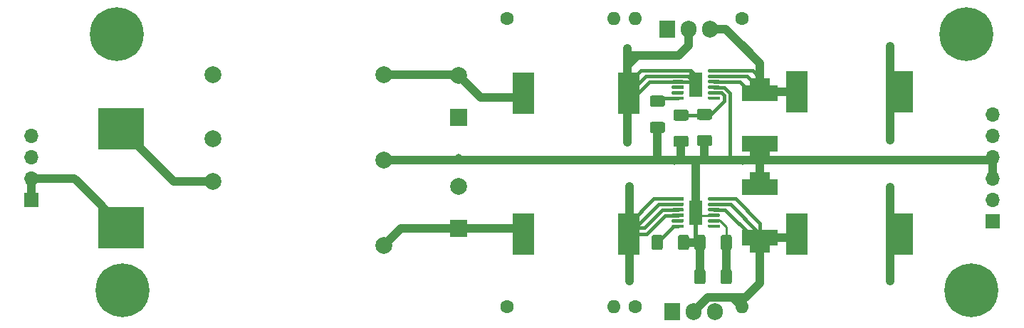
<source format=gbr>
%TF.GenerationSoftware,KiCad,Pcbnew,(5.1.9)-1*%
%TF.CreationDate,2022-01-14T16:31:07-06:00*%
%TF.ProjectId,Power_12V_DualSupply,506f7765-725f-4313-9256-5f4475616c53,rev?*%
%TF.SameCoordinates,Original*%
%TF.FileFunction,Copper,L1,Top*%
%TF.FilePolarity,Positive*%
%FSLAX46Y46*%
G04 Gerber Fmt 4.6, Leading zero omitted, Abs format (unit mm)*
G04 Created by KiCad (PCBNEW (5.1.9)-1) date 2022-01-14 16:31:07*
%MOMM*%
%LPD*%
G01*
G04 APERTURE LIST*
%TA.AperFunction,ComponentPad*%
%ADD10R,2.000000X2.000000*%
%TD*%
%TA.AperFunction,ComponentPad*%
%ADD11C,2.000000*%
%TD*%
%TA.AperFunction,SMDPad,CuDef*%
%ADD12R,2.400000X2.600000*%
%TD*%
%TA.AperFunction,SMDPad,CuDef*%
%ADD13R,4.300000X1.950000*%
%TD*%
%TA.AperFunction,SMDPad,CuDef*%
%ADD14R,2.500000X5.000000*%
%TD*%
%TA.AperFunction,SMDPad,CuDef*%
%ADD15R,5.400000X4.900000*%
%TD*%
%TA.AperFunction,SMDPad,CuDef*%
%ADD16R,1.650000X2.850000*%
%TD*%
%TA.AperFunction,ConnectorPad*%
%ADD17C,6.400000*%
%TD*%
%TA.AperFunction,ComponentPad*%
%ADD18C,3.600000*%
%TD*%
%TA.AperFunction,ComponentPad*%
%ADD19R,1.700000X1.700000*%
%TD*%
%TA.AperFunction,ComponentPad*%
%ADD20O,1.700000X1.700000*%
%TD*%
%TA.AperFunction,ComponentPad*%
%ADD21O,1.600000X1.600000*%
%TD*%
%TA.AperFunction,ComponentPad*%
%ADD22C,1.600000*%
%TD*%
%TA.AperFunction,ComponentPad*%
%ADD23R,1.905000X2.000000*%
%TD*%
%TA.AperFunction,ComponentPad*%
%ADD24O,1.905000X2.000000*%
%TD*%
%TA.AperFunction,ViaPad*%
%ADD25C,0.800000*%
%TD*%
%TA.AperFunction,Conductor*%
%ADD26C,1.000000*%
%TD*%
%TA.AperFunction,Conductor*%
%ADD27C,0.250000*%
%TD*%
%TA.AperFunction,Conductor*%
%ADD28C,0.500000*%
%TD*%
%TA.AperFunction,Conductor*%
%ADD29C,0.400000*%
%TD*%
G04 APERTURE END LIST*
D10*
%TO.P,C4,1*%
%TO.N,Net-(C2-Pad1)*%
X149860000Y-107569000D03*
D11*
%TO.P,C4,2*%
%TO.N,GNDA*%
X149860000Y-102569000D03*
%TD*%
D12*
%TO.P,C14,1*%
%TO.N,Net-(C14-Pad1)*%
X185674000Y-109164000D03*
%TO.P,C14,2*%
%TO.N,GNDA*%
X185674000Y-102164000D03*
D13*
X185674000Y-102664000D03*
%TO.P,C14,1*%
%TO.N,Net-(C14-Pad1)*%
X185674000Y-108664000D03*
%TD*%
D14*
%TO.P,L4,2*%
%TO.N,Net-(C16-Pad1)*%
X202592000Y-108204000D03*
%TO.P,L4,1*%
%TO.N,Net-(C14-Pad1)*%
X190092000Y-108204000D03*
%TD*%
D11*
%TO.P,U1,1*%
%TO.N,Net-(C2-Pad2)*%
X120650000Y-101981000D03*
%TO.P,U1,2*%
%TO.N,GND*%
X120650000Y-96901000D03*
%TO.P,U1,6*%
%TO.N,Net-(U1-Pad6)*%
X120650000Y-89281000D03*
%TO.P,U1,5*%
%TO.N,Net-(C3-Pad1)*%
X140970000Y-89281000D03*
%TO.P,U1,4*%
%TO.N,GNDA*%
X140970000Y-99441000D03*
%TO.P,U1,3*%
%TO.N,Net-(C2-Pad1)*%
X140970000Y-109601000D03*
%TD*%
%TO.P,C5,2*%
%TO.N,Net-(C3-Pad1)*%
X149860000Y-89361000D03*
D10*
%TO.P,C5,1*%
%TO.N,GNDA*%
X149860000Y-94361000D03*
%TD*%
%TO.P,C12,2*%
%TO.N,GNDA*%
%TA.AperFunction,SMDPad,CuDef*%
G36*
G01*
X179186000Y-108569999D02*
X179186000Y-109870001D01*
G75*
G02*
X178936001Y-110120000I-249999J0D01*
G01*
X178110999Y-110120000D01*
G75*
G02*
X177861000Y-109870001I0J249999D01*
G01*
X177861000Y-108569999D01*
G75*
G02*
X178110999Y-108320000I249999J0D01*
G01*
X178936001Y-108320000D01*
G75*
G02*
X179186000Y-108569999I0J-249999D01*
G01*
G37*
%TD.AperFunction*%
%TO.P,C12,1*%
%TO.N,Net-(C12-Pad1)*%
%TA.AperFunction,SMDPad,CuDef*%
G36*
G01*
X182311000Y-108569999D02*
X182311000Y-109870001D01*
G75*
G02*
X182061001Y-110120000I-249999J0D01*
G01*
X181235999Y-110120000D01*
G75*
G02*
X180986000Y-109870001I0J249999D01*
G01*
X180986000Y-108569999D01*
G75*
G02*
X181235999Y-108320000I249999J0D01*
G01*
X182061001Y-108320000D01*
G75*
G02*
X182311000Y-108569999I0J-249999D01*
G01*
G37*
%TD.AperFunction*%
%TD*%
%TO.P,C13,2*%
%TO.N,Net-(C13-Pad2)*%
%TA.AperFunction,SMDPad,CuDef*%
G36*
G01*
X179720001Y-94642500D02*
X178419999Y-94642500D01*
G75*
G02*
X178170000Y-94392501I0J249999D01*
G01*
X178170000Y-93567499D01*
G75*
G02*
X178419999Y-93317500I249999J0D01*
G01*
X179720001Y-93317500D01*
G75*
G02*
X179970000Y-93567499I0J-249999D01*
G01*
X179970000Y-94392501D01*
G75*
G02*
X179720001Y-94642500I-249999J0D01*
G01*
G37*
%TD.AperFunction*%
%TO.P,C13,1*%
%TO.N,GNDA*%
%TA.AperFunction,SMDPad,CuDef*%
G36*
G01*
X179720001Y-97767500D02*
X178419999Y-97767500D01*
G75*
G02*
X178170000Y-97517501I0J249999D01*
G01*
X178170000Y-96692499D01*
G75*
G02*
X178419999Y-96442500I249999J0D01*
G01*
X179720001Y-96442500D01*
G75*
G02*
X179970000Y-96692499I0J-249999D01*
G01*
X179970000Y-97517501D01*
G75*
G02*
X179720001Y-97767500I-249999J0D01*
G01*
G37*
%TD.AperFunction*%
%TD*%
D12*
%TO.P,C15,1*%
%TO.N,GNDA*%
X185674000Y-97988000D03*
%TO.P,C15,2*%
%TO.N,Net-(C15-Pad2)*%
X185674000Y-90988000D03*
D13*
X185674000Y-91488000D03*
%TO.P,C15,1*%
%TO.N,GNDA*%
X185674000Y-97488000D03*
%TD*%
D15*
%TO.P,L1,1*%
%TO.N,+28V*%
X109728000Y-107500000D03*
%TO.P,L1,2*%
%TO.N,Net-(C2-Pad2)*%
X109728000Y-95700000D03*
%TD*%
D14*
%TO.P,L2,2*%
%TO.N,Net-(C10-Pad1)*%
X170080000Y-108204000D03*
%TO.P,L2,1*%
%TO.N,Net-(C2-Pad1)*%
X157580000Y-108204000D03*
%TD*%
%TO.P,L3,2*%
%TO.N,Net-(C3-Pad1)*%
X157580000Y-91440000D03*
%TO.P,L3,1*%
%TO.N,Net-(C11-Pad2)*%
X170080000Y-91440000D03*
%TD*%
%TO.P,L5,1*%
%TO.N,Net-(C17-Pad2)*%
X202592000Y-91313000D03*
%TO.P,L5,2*%
%TO.N,Net-(C15-Pad2)*%
X190092000Y-91313000D03*
%TD*%
%TO.P,R3,2*%
%TO.N,GNDA*%
%TA.AperFunction,SMDPad,CuDef*%
G36*
G01*
X175625999Y-96531000D02*
X176926001Y-96531000D01*
G75*
G02*
X177176000Y-96780999I0J-249999D01*
G01*
X177176000Y-97606001D01*
G75*
G02*
X176926001Y-97856000I-249999J0D01*
G01*
X175625999Y-97856000D01*
G75*
G02*
X175376000Y-97606001I0J249999D01*
G01*
X175376000Y-96780999D01*
G75*
G02*
X175625999Y-96531000I249999J0D01*
G01*
G37*
%TD.AperFunction*%
%TO.P,R3,1*%
%TO.N,Net-(C13-Pad2)*%
%TA.AperFunction,SMDPad,CuDef*%
G36*
G01*
X175625999Y-93406000D02*
X176926001Y-93406000D01*
G75*
G02*
X177176000Y-93655999I0J-249999D01*
G01*
X177176000Y-94481001D01*
G75*
G02*
X176926001Y-94731000I-249999J0D01*
G01*
X175625999Y-94731000D01*
G75*
G02*
X175376000Y-94481001I0J249999D01*
G01*
X175376000Y-93655999D01*
G75*
G02*
X175625999Y-93406000I249999J0D01*
G01*
G37*
%TD.AperFunction*%
%TD*%
%TO.P,R4,1*%
%TO.N,GNDA*%
%TA.AperFunction,SMDPad,CuDef*%
G36*
G01*
X177861000Y-113934001D02*
X177861000Y-112633999D01*
G75*
G02*
X178110999Y-112384000I249999J0D01*
G01*
X178936001Y-112384000D01*
G75*
G02*
X179186000Y-112633999I0J-249999D01*
G01*
X179186000Y-113934001D01*
G75*
G02*
X178936001Y-114184000I-249999J0D01*
G01*
X178110999Y-114184000D01*
G75*
G02*
X177861000Y-113934001I0J249999D01*
G01*
G37*
%TD.AperFunction*%
%TO.P,R4,2*%
%TO.N,Net-(C12-Pad1)*%
%TA.AperFunction,SMDPad,CuDef*%
G36*
G01*
X180986000Y-113934001D02*
X180986000Y-112633999D01*
G75*
G02*
X181235999Y-112384000I249999J0D01*
G01*
X182061001Y-112384000D01*
G75*
G02*
X182311000Y-112633999I0J-249999D01*
G01*
X182311000Y-113934001D01*
G75*
G02*
X182061001Y-114184000I-249999J0D01*
G01*
X181235999Y-114184000D01*
G75*
G02*
X180986000Y-113934001I0J249999D01*
G01*
G37*
%TD.AperFunction*%
%TD*%
%TO.P,R5,1*%
%TO.N,GNDA*%
%TA.AperFunction,SMDPad,CuDef*%
G36*
G01*
X174132001Y-96205000D02*
X172831999Y-96205000D01*
G75*
G02*
X172582000Y-95955001I0J249999D01*
G01*
X172582000Y-95129999D01*
G75*
G02*
X172831999Y-94880000I249999J0D01*
G01*
X174132001Y-94880000D01*
G75*
G02*
X174382000Y-95129999I0J-249999D01*
G01*
X174382000Y-95955001D01*
G75*
G02*
X174132001Y-96205000I-249999J0D01*
G01*
G37*
%TD.AperFunction*%
%TO.P,R5,2*%
%TO.N,Net-(R5-Pad2)*%
%TA.AperFunction,SMDPad,CuDef*%
G36*
G01*
X174132001Y-93080000D02*
X172831999Y-93080000D01*
G75*
G02*
X172582000Y-92830001I0J249999D01*
G01*
X172582000Y-92004999D01*
G75*
G02*
X172831999Y-91755000I249999J0D01*
G01*
X174132001Y-91755000D01*
G75*
G02*
X174382000Y-92004999I0J-249999D01*
G01*
X174382000Y-92830001D01*
G75*
G02*
X174132001Y-93080000I-249999J0D01*
G01*
G37*
%TD.AperFunction*%
%TD*%
%TO.P,R6,1*%
%TO.N,GNDA*%
%TA.AperFunction,SMDPad,CuDef*%
G36*
G01*
X177231000Y-108569999D02*
X177231000Y-109870001D01*
G75*
G02*
X176981001Y-110120000I-249999J0D01*
G01*
X176155999Y-110120000D01*
G75*
G02*
X175906000Y-109870001I0J249999D01*
G01*
X175906000Y-108569999D01*
G75*
G02*
X176155999Y-108320000I249999J0D01*
G01*
X176981001Y-108320000D01*
G75*
G02*
X177231000Y-108569999I0J-249999D01*
G01*
G37*
%TD.AperFunction*%
%TO.P,R6,2*%
%TO.N,Net-(R6-Pad2)*%
%TA.AperFunction,SMDPad,CuDef*%
G36*
G01*
X174106000Y-108569999D02*
X174106000Y-109870001D01*
G75*
G02*
X173856001Y-110120000I-249999J0D01*
G01*
X173030999Y-110120000D01*
G75*
G02*
X172781000Y-109870001I0J249999D01*
G01*
X172781000Y-108569999D01*
G75*
G02*
X173030999Y-108320000I249999J0D01*
G01*
X173856001Y-108320000D01*
G75*
G02*
X174106000Y-108569999I0J-249999D01*
G01*
G37*
%TD.AperFunction*%
%TD*%
%TO.P,U2,1*%
%TO.N,Net-(C10-Pad1)*%
%TA.AperFunction,SMDPad,CuDef*%
G36*
G01*
X175179000Y-104139000D02*
X175179000Y-103939000D01*
G75*
G02*
X175279000Y-103839000I100000J0D01*
G01*
X176529000Y-103839000D01*
G75*
G02*
X176629000Y-103939000I0J-100000D01*
G01*
X176629000Y-104139000D01*
G75*
G02*
X176529000Y-104239000I-100000J0D01*
G01*
X175279000Y-104239000D01*
G75*
G02*
X175179000Y-104139000I0J100000D01*
G01*
G37*
%TD.AperFunction*%
%TO.P,U2,2*%
%TA.AperFunction,SMDPad,CuDef*%
G36*
G01*
X175179000Y-104789000D02*
X175179000Y-104589000D01*
G75*
G02*
X175279000Y-104489000I100000J0D01*
G01*
X176529000Y-104489000D01*
G75*
G02*
X176629000Y-104589000I0J-100000D01*
G01*
X176629000Y-104789000D01*
G75*
G02*
X176529000Y-104889000I-100000J0D01*
G01*
X175279000Y-104889000D01*
G75*
G02*
X175179000Y-104789000I0J100000D01*
G01*
G37*
%TD.AperFunction*%
%TO.P,U2,3*%
%TA.AperFunction,SMDPad,CuDef*%
G36*
G01*
X175179000Y-105439000D02*
X175179000Y-105239000D01*
G75*
G02*
X175279000Y-105139000I100000J0D01*
G01*
X176529000Y-105139000D01*
G75*
G02*
X176629000Y-105239000I0J-100000D01*
G01*
X176629000Y-105439000D01*
G75*
G02*
X176529000Y-105539000I-100000J0D01*
G01*
X175279000Y-105539000D01*
G75*
G02*
X175179000Y-105439000I0J100000D01*
G01*
G37*
%TD.AperFunction*%
%TO.P,U2,4*%
%TA.AperFunction,SMDPad,CuDef*%
G36*
G01*
X175179000Y-106089000D02*
X175179000Y-105889000D01*
G75*
G02*
X175279000Y-105789000I100000J0D01*
G01*
X176529000Y-105789000D01*
G75*
G02*
X176629000Y-105889000I0J-100000D01*
G01*
X176629000Y-106089000D01*
G75*
G02*
X176529000Y-106189000I-100000J0D01*
G01*
X175279000Y-106189000D01*
G75*
G02*
X175179000Y-106089000I0J100000D01*
G01*
G37*
%TD.AperFunction*%
%TO.P,U2,5*%
%TO.N,Net-(U2-Pad5)*%
%TA.AperFunction,SMDPad,CuDef*%
G36*
G01*
X175179000Y-106739000D02*
X175179000Y-106539000D01*
G75*
G02*
X175279000Y-106439000I100000J0D01*
G01*
X176529000Y-106439000D01*
G75*
G02*
X176629000Y-106539000I0J-100000D01*
G01*
X176629000Y-106739000D01*
G75*
G02*
X176529000Y-106839000I-100000J0D01*
G01*
X175279000Y-106839000D01*
G75*
G02*
X175179000Y-106739000I0J100000D01*
G01*
G37*
%TD.AperFunction*%
%TO.P,U2,6*%
%TO.N,Net-(R6-Pad2)*%
%TA.AperFunction,SMDPad,CuDef*%
G36*
G01*
X175179000Y-107389000D02*
X175179000Y-107189000D01*
G75*
G02*
X175279000Y-107089000I100000J0D01*
G01*
X176529000Y-107089000D01*
G75*
G02*
X176629000Y-107189000I0J-100000D01*
G01*
X176629000Y-107389000D01*
G75*
G02*
X176529000Y-107489000I-100000J0D01*
G01*
X175279000Y-107489000D01*
G75*
G02*
X175179000Y-107389000I0J100000D01*
G01*
G37*
%TD.AperFunction*%
%TO.P,U2,7*%
%TO.N,Net-(U2-Pad7)*%
%TA.AperFunction,SMDPad,CuDef*%
G36*
G01*
X179479000Y-107389000D02*
X179479000Y-107189000D01*
G75*
G02*
X179579000Y-107089000I100000J0D01*
G01*
X180829000Y-107089000D01*
G75*
G02*
X180929000Y-107189000I0J-100000D01*
G01*
X180929000Y-107389000D01*
G75*
G02*
X180829000Y-107489000I-100000J0D01*
G01*
X179579000Y-107489000D01*
G75*
G02*
X179479000Y-107389000I0J100000D01*
G01*
G37*
%TD.AperFunction*%
%TO.P,U2,8*%
%TO.N,Net-(C12-Pad1)*%
%TA.AperFunction,SMDPad,CuDef*%
G36*
G01*
X179479000Y-106739000D02*
X179479000Y-106539000D01*
G75*
G02*
X179579000Y-106439000I100000J0D01*
G01*
X180829000Y-106439000D01*
G75*
G02*
X180929000Y-106539000I0J-100000D01*
G01*
X180929000Y-106739000D01*
G75*
G02*
X180829000Y-106839000I-100000J0D01*
G01*
X179579000Y-106839000D01*
G75*
G02*
X179479000Y-106739000I0J100000D01*
G01*
G37*
%TD.AperFunction*%
%TO.P,U2,9*%
%TO.N,GNDA*%
%TA.AperFunction,SMDPad,CuDef*%
G36*
G01*
X179479000Y-106089000D02*
X179479000Y-105889000D01*
G75*
G02*
X179579000Y-105789000I100000J0D01*
G01*
X180829000Y-105789000D01*
G75*
G02*
X180929000Y-105889000I0J-100000D01*
G01*
X180929000Y-106089000D01*
G75*
G02*
X180829000Y-106189000I-100000J0D01*
G01*
X179579000Y-106189000D01*
G75*
G02*
X179479000Y-106089000I0J100000D01*
G01*
G37*
%TD.AperFunction*%
%TO.P,U2,10*%
%TO.N,Net-(C14-Pad1)*%
%TA.AperFunction,SMDPad,CuDef*%
G36*
G01*
X179479000Y-105439000D02*
X179479000Y-105239000D01*
G75*
G02*
X179579000Y-105139000I100000J0D01*
G01*
X180829000Y-105139000D01*
G75*
G02*
X180929000Y-105239000I0J-100000D01*
G01*
X180929000Y-105439000D01*
G75*
G02*
X180829000Y-105539000I-100000J0D01*
G01*
X179579000Y-105539000D01*
G75*
G02*
X179479000Y-105439000I0J100000D01*
G01*
G37*
%TD.AperFunction*%
%TO.P,U2,11*%
%TA.AperFunction,SMDPad,CuDef*%
G36*
G01*
X179479000Y-104789000D02*
X179479000Y-104589000D01*
G75*
G02*
X179579000Y-104489000I100000J0D01*
G01*
X180829000Y-104489000D01*
G75*
G02*
X180929000Y-104589000I0J-100000D01*
G01*
X180929000Y-104789000D01*
G75*
G02*
X180829000Y-104889000I-100000J0D01*
G01*
X179579000Y-104889000D01*
G75*
G02*
X179479000Y-104789000I0J100000D01*
G01*
G37*
%TD.AperFunction*%
%TO.P,U2,12*%
%TA.AperFunction,SMDPad,CuDef*%
G36*
G01*
X179479000Y-104139000D02*
X179479000Y-103939000D01*
G75*
G02*
X179579000Y-103839000I100000J0D01*
G01*
X180829000Y-103839000D01*
G75*
G02*
X180929000Y-103939000I0J-100000D01*
G01*
X180929000Y-104139000D01*
G75*
G02*
X180829000Y-104239000I-100000J0D01*
G01*
X179579000Y-104239000D01*
G75*
G02*
X179479000Y-104139000I0J100000D01*
G01*
G37*
%TD.AperFunction*%
D16*
%TO.P,U2,13*%
%TO.N,GNDA*%
X178054000Y-105664000D03*
%TD*%
%TO.P,U3,13*%
%TO.N,Net-(C11-Pad2)*%
X178054000Y-90424000D03*
%TO.P,U3,12*%
%TO.N,Net-(C15-Pad2)*%
%TA.AperFunction,SMDPad,CuDef*%
G36*
G01*
X179479000Y-88899000D02*
X179479000Y-88699000D01*
G75*
G02*
X179579000Y-88599000I100000J0D01*
G01*
X180829000Y-88599000D01*
G75*
G02*
X180929000Y-88699000I0J-100000D01*
G01*
X180929000Y-88899000D01*
G75*
G02*
X180829000Y-88999000I-100000J0D01*
G01*
X179579000Y-88999000D01*
G75*
G02*
X179479000Y-88899000I0J100000D01*
G01*
G37*
%TD.AperFunction*%
%TO.P,U3,11*%
%TA.AperFunction,SMDPad,CuDef*%
G36*
G01*
X179479000Y-89549000D02*
X179479000Y-89349000D01*
G75*
G02*
X179579000Y-89249000I100000J0D01*
G01*
X180829000Y-89249000D01*
G75*
G02*
X180929000Y-89349000I0J-100000D01*
G01*
X180929000Y-89549000D01*
G75*
G02*
X180829000Y-89649000I-100000J0D01*
G01*
X179579000Y-89649000D01*
G75*
G02*
X179479000Y-89549000I0J100000D01*
G01*
G37*
%TD.AperFunction*%
%TO.P,U3,10*%
%TA.AperFunction,SMDPad,CuDef*%
G36*
G01*
X179479000Y-90199000D02*
X179479000Y-89999000D01*
G75*
G02*
X179579000Y-89899000I100000J0D01*
G01*
X180829000Y-89899000D01*
G75*
G02*
X180929000Y-89999000I0J-100000D01*
G01*
X180929000Y-90199000D01*
G75*
G02*
X180829000Y-90299000I-100000J0D01*
G01*
X179579000Y-90299000D01*
G75*
G02*
X179479000Y-90199000I0J100000D01*
G01*
G37*
%TD.AperFunction*%
%TO.P,U3,9*%
%TO.N,GNDA*%
%TA.AperFunction,SMDPad,CuDef*%
G36*
G01*
X179479000Y-90849000D02*
X179479000Y-90649000D01*
G75*
G02*
X179579000Y-90549000I100000J0D01*
G01*
X180829000Y-90549000D01*
G75*
G02*
X180929000Y-90649000I0J-100000D01*
G01*
X180929000Y-90849000D01*
G75*
G02*
X180829000Y-90949000I-100000J0D01*
G01*
X179579000Y-90949000D01*
G75*
G02*
X179479000Y-90849000I0J100000D01*
G01*
G37*
%TD.AperFunction*%
%TO.P,U3,8*%
%TO.N,Net-(C13-Pad2)*%
%TA.AperFunction,SMDPad,CuDef*%
G36*
G01*
X179479000Y-91499000D02*
X179479000Y-91299000D01*
G75*
G02*
X179579000Y-91199000I100000J0D01*
G01*
X180829000Y-91199000D01*
G75*
G02*
X180929000Y-91299000I0J-100000D01*
G01*
X180929000Y-91499000D01*
G75*
G02*
X180829000Y-91599000I-100000J0D01*
G01*
X179579000Y-91599000D01*
G75*
G02*
X179479000Y-91499000I0J100000D01*
G01*
G37*
%TD.AperFunction*%
%TO.P,U3,7*%
%TO.N,Net-(U3-Pad7)*%
%TA.AperFunction,SMDPad,CuDef*%
G36*
G01*
X179479000Y-92149000D02*
X179479000Y-91949000D01*
G75*
G02*
X179579000Y-91849000I100000J0D01*
G01*
X180829000Y-91849000D01*
G75*
G02*
X180929000Y-91949000I0J-100000D01*
G01*
X180929000Y-92149000D01*
G75*
G02*
X180829000Y-92249000I-100000J0D01*
G01*
X179579000Y-92249000D01*
G75*
G02*
X179479000Y-92149000I0J100000D01*
G01*
G37*
%TD.AperFunction*%
%TO.P,U3,6*%
%TO.N,Net-(R5-Pad2)*%
%TA.AperFunction,SMDPad,CuDef*%
G36*
G01*
X175179000Y-92149000D02*
X175179000Y-91949000D01*
G75*
G02*
X175279000Y-91849000I100000J0D01*
G01*
X176529000Y-91849000D01*
G75*
G02*
X176629000Y-91949000I0J-100000D01*
G01*
X176629000Y-92149000D01*
G75*
G02*
X176529000Y-92249000I-100000J0D01*
G01*
X175279000Y-92249000D01*
G75*
G02*
X175179000Y-92149000I0J100000D01*
G01*
G37*
%TD.AperFunction*%
%TO.P,U3,5*%
%TO.N,Net-(U3-Pad5)*%
%TA.AperFunction,SMDPad,CuDef*%
G36*
G01*
X175179000Y-91499000D02*
X175179000Y-91299000D01*
G75*
G02*
X175279000Y-91199000I100000J0D01*
G01*
X176529000Y-91199000D01*
G75*
G02*
X176629000Y-91299000I0J-100000D01*
G01*
X176629000Y-91499000D01*
G75*
G02*
X176529000Y-91599000I-100000J0D01*
G01*
X175279000Y-91599000D01*
G75*
G02*
X175179000Y-91499000I0J100000D01*
G01*
G37*
%TD.AperFunction*%
%TO.P,U3,4*%
%TO.N,Net-(U3-Pad4)*%
%TA.AperFunction,SMDPad,CuDef*%
G36*
G01*
X175179000Y-90849000D02*
X175179000Y-90649000D01*
G75*
G02*
X175279000Y-90549000I100000J0D01*
G01*
X176529000Y-90549000D01*
G75*
G02*
X176629000Y-90649000I0J-100000D01*
G01*
X176629000Y-90849000D01*
G75*
G02*
X176529000Y-90949000I-100000J0D01*
G01*
X175279000Y-90949000D01*
G75*
G02*
X175179000Y-90849000I0J100000D01*
G01*
G37*
%TD.AperFunction*%
%TO.P,U3,3*%
%TO.N,Net-(C11-Pad2)*%
%TA.AperFunction,SMDPad,CuDef*%
G36*
G01*
X175179000Y-90199000D02*
X175179000Y-89999000D01*
G75*
G02*
X175279000Y-89899000I100000J0D01*
G01*
X176529000Y-89899000D01*
G75*
G02*
X176629000Y-89999000I0J-100000D01*
G01*
X176629000Y-90199000D01*
G75*
G02*
X176529000Y-90299000I-100000J0D01*
G01*
X175279000Y-90299000D01*
G75*
G02*
X175179000Y-90199000I0J100000D01*
G01*
G37*
%TD.AperFunction*%
%TO.P,U3,2*%
%TA.AperFunction,SMDPad,CuDef*%
G36*
G01*
X175179000Y-89549000D02*
X175179000Y-89349000D01*
G75*
G02*
X175279000Y-89249000I100000J0D01*
G01*
X176529000Y-89249000D01*
G75*
G02*
X176629000Y-89349000I0J-100000D01*
G01*
X176629000Y-89549000D01*
G75*
G02*
X176529000Y-89649000I-100000J0D01*
G01*
X175279000Y-89649000D01*
G75*
G02*
X175179000Y-89549000I0J100000D01*
G01*
G37*
%TD.AperFunction*%
%TO.P,U3,1*%
%TA.AperFunction,SMDPad,CuDef*%
G36*
G01*
X175179000Y-88899000D02*
X175179000Y-88699000D01*
G75*
G02*
X175279000Y-88599000I100000J0D01*
G01*
X176529000Y-88599000D01*
G75*
G02*
X176629000Y-88699000I0J-100000D01*
G01*
X176629000Y-88899000D01*
G75*
G02*
X176529000Y-88999000I-100000J0D01*
G01*
X175279000Y-88999000D01*
G75*
G02*
X175179000Y-88899000I0J100000D01*
G01*
G37*
%TD.AperFunction*%
%TD*%
D17*
%TO.P,H1,1*%
%TO.N,N/C*%
X109220000Y-84455000D03*
D18*
X109220000Y-84455000D03*
%TD*%
%TO.P,H2,1*%
%TO.N,N/C*%
X210185000Y-84455000D03*
D17*
X210185000Y-84455000D03*
%TD*%
%TO.P,H3,1*%
%TO.N,N/C*%
X210820000Y-114935000D03*
D18*
X210820000Y-114935000D03*
%TD*%
%TO.P,H4,1*%
%TO.N,N/C*%
X109855000Y-114935000D03*
D17*
X109855000Y-114935000D03*
%TD*%
D19*
%TO.P,J1,1*%
%TO.N,+28V*%
X99060000Y-104140000D03*
D20*
%TO.P,J1,2*%
X99060000Y-101600000D03*
%TO.P,J1,3*%
%TO.N,GND*%
X99060000Y-99060000D03*
%TO.P,J1,4*%
X99060000Y-96520000D03*
%TD*%
D19*
%TO.P,J2,1*%
%TO.N,Net-(C16-Pad1)*%
X213360000Y-106680000D03*
D20*
%TO.P,J2,2*%
X213360000Y-104140000D03*
%TO.P,J2,3*%
%TO.N,GNDA*%
X213360000Y-101600000D03*
%TO.P,J2,4*%
X213360000Y-99060000D03*
%TO.P,J2,5*%
%TO.N,Net-(C17-Pad2)*%
X213360000Y-96520000D03*
%TO.P,J2,6*%
X213360000Y-93980000D03*
%TD*%
D21*
%TO.P,R9,2*%
%TO.N,Net-(R11-Pad1)*%
X168275000Y-116840000D03*
D22*
%TO.P,R9,1*%
%TO.N,GNDA*%
X155575000Y-116840000D03*
%TD*%
%TO.P,R10,1*%
%TO.N,GNDA*%
X155575000Y-82550000D03*
D21*
%TO.P,R10,2*%
%TO.N,Net-(R10-Pad2)*%
X168275000Y-82550000D03*
%TD*%
%TO.P,R11,2*%
%TO.N,Net-(C14-Pad1)*%
X183515000Y-116840000D03*
D22*
%TO.P,R11,1*%
%TO.N,Net-(R11-Pad1)*%
X170815000Y-116840000D03*
%TD*%
%TO.P,R12,1*%
%TO.N,Net-(C15-Pad2)*%
X183515000Y-82550000D03*
D21*
%TO.P,R12,2*%
%TO.N,Net-(R10-Pad2)*%
X170815000Y-82550000D03*
%TD*%
D23*
%TO.P,U4,1*%
%TO.N,Net-(R11-Pad1)*%
X175260000Y-117475000D03*
D24*
%TO.P,U4,2*%
%TO.N,Net-(C14-Pad1)*%
X177800000Y-117475000D03*
%TO.P,U4,3*%
%TO.N,Net-(C10-Pad1)*%
X180340000Y-117475000D03*
%TD*%
%TO.P,U5,3*%
%TO.N,Net-(C15-Pad2)*%
X179705000Y-83820000D03*
%TO.P,U5,2*%
%TO.N,Net-(C11-Pad2)*%
X177165000Y-83820000D03*
D23*
%TO.P,U5,1*%
%TO.N,Net-(R10-Pad2)*%
X174625000Y-83820000D03*
%TD*%
D25*
%TO.N,Net-(C16-Pad1)*%
X201168000Y-107696000D03*
X201168000Y-108712000D03*
X201168000Y-110744000D03*
X201168000Y-111760000D03*
X201168000Y-104648000D03*
X201168000Y-109728000D03*
X201168000Y-112776000D03*
X201168000Y-113792000D03*
X201168000Y-102616000D03*
X201168000Y-103632000D03*
X201168000Y-105664000D03*
X201168000Y-106680000D03*
%TO.N,Net-(C17-Pad2)*%
X201168000Y-90932000D03*
X201168000Y-91948000D03*
X201168000Y-93980000D03*
X201168000Y-94996000D03*
X201168000Y-87884000D03*
X201168000Y-92964000D03*
X201168000Y-96012000D03*
X201168000Y-97028000D03*
X201168000Y-85852000D03*
X201168000Y-86868000D03*
X201168000Y-88900000D03*
X201168000Y-89916000D03*
%TO.N,Net-(C11-Pad2)*%
X169926000Y-91186000D03*
X169926000Y-92202000D03*
X169926000Y-94234000D03*
X169926000Y-95250000D03*
X169926000Y-88138000D03*
X169926000Y-93218000D03*
X169926000Y-96266000D03*
X169926000Y-97282000D03*
X169926000Y-86106000D03*
X169926000Y-87122000D03*
X169926000Y-89154000D03*
X169926000Y-90170000D03*
%TO.N,+28V*%
X107950000Y-107315000D03*
X111760000Y-107315000D03*
X111760000Y-105410000D03*
X109855000Y-105410000D03*
X107950000Y-105410000D03*
X109728000Y-107188000D03*
X106997500Y-104457500D03*
X105727500Y-103187500D03*
X104457500Y-101917500D03*
%TO.N,GNDA*%
X175514000Y-99568000D03*
X183642000Y-99568000D03*
X185604000Y-99638000D03*
X187579000Y-99441000D03*
X190119000Y-99441000D03*
X192659000Y-99441000D03*
X195199000Y-99441000D03*
X197739000Y-99441000D03*
X200279000Y-99441000D03*
X202819000Y-99441000D03*
X205359000Y-99441000D03*
X180594000Y-99314000D03*
X177546000Y-99314000D03*
X172339000Y-99441000D03*
X169799000Y-99441000D03*
X167259000Y-99441000D03*
X164719000Y-99441000D03*
X159639000Y-99441000D03*
X162179000Y-99441000D03*
X157099000Y-99441000D03*
X154559000Y-99441000D03*
X152019000Y-99441000D03*
X149860000Y-99060000D03*
X146939000Y-99441000D03*
X144399000Y-99441000D03*
%TO.N,Net-(C10-Pad1)*%
X170180000Y-113792000D03*
X170180000Y-112776000D03*
X170180000Y-111760000D03*
X170180000Y-110744000D03*
X170180000Y-109728000D03*
X170180000Y-108712000D03*
X170180000Y-107696000D03*
X170180000Y-106680000D03*
X170180000Y-105664000D03*
X170180000Y-104648000D03*
X170180000Y-103632000D03*
X170180000Y-102616000D03*
%TD*%
D26*
%TO.N,Net-(C16-Pad1)*%
X201168000Y-110744000D02*
X201168000Y-111760000D01*
X201168000Y-109728000D02*
X201168000Y-110744000D01*
X201168000Y-112776000D02*
X201168000Y-113792000D01*
X201168000Y-111760000D02*
X201168000Y-112776000D01*
X201168000Y-108712000D02*
X201168000Y-109728000D01*
X201168000Y-105664000D02*
X201168000Y-106680000D01*
X201168000Y-102616000D02*
X201168000Y-103632000D01*
X201168000Y-107696000D02*
X201168000Y-108712000D01*
X201168000Y-106680000D02*
X201168000Y-107696000D01*
X201168000Y-104648000D02*
X201168000Y-105664000D01*
X201168000Y-103632000D02*
X201168000Y-104648000D01*
%TO.N,Net-(C17-Pad2)*%
X201168000Y-93980000D02*
X201168000Y-94996000D01*
X201168000Y-92964000D02*
X201168000Y-93980000D01*
X201168000Y-96012000D02*
X201168000Y-97028000D01*
X201168000Y-94996000D02*
X201168000Y-96012000D01*
X201168000Y-91948000D02*
X201168000Y-92964000D01*
X201168000Y-88900000D02*
X201168000Y-89916000D01*
X201168000Y-85852000D02*
X201168000Y-86868000D01*
X201168000Y-90932000D02*
X201168000Y-91948000D01*
X201168000Y-89916000D02*
X201168000Y-90932000D01*
X201168000Y-87884000D02*
X201168000Y-88900000D01*
X201168000Y-86868000D02*
X201168000Y-87884000D01*
%TO.N,Net-(C11-Pad2)*%
X169926000Y-94234000D02*
X169926000Y-95250000D01*
X169926000Y-93218000D02*
X169926000Y-94234000D01*
X169926000Y-96266000D02*
X169926000Y-97282000D01*
X169926000Y-95250000D02*
X169926000Y-96266000D01*
X169926000Y-92202000D02*
X169926000Y-93218000D01*
X169926000Y-89154000D02*
X169926000Y-90170000D01*
X169926000Y-86106000D02*
X169926000Y-87122000D01*
X169926000Y-91186000D02*
X169926000Y-92202000D01*
X169926000Y-90170000D02*
X169926000Y-91186000D01*
X169926000Y-88138000D02*
X169926000Y-89154000D01*
X169926000Y-87122000D02*
X169926000Y-88138000D01*
%TO.N,+28V*%
X99060000Y-104140000D02*
X99060000Y-101600000D01*
X109728000Y-107188000D02*
X109728000Y-107188000D01*
X104140000Y-101600000D02*
X104457500Y-101917500D01*
X99060000Y-101600000D02*
X100965000Y-101600000D01*
X107950000Y-105410000D02*
X109728000Y-107188000D01*
X109728000Y-107188000D02*
X109728000Y-107500000D01*
X106997500Y-104457500D02*
X107950000Y-105410000D01*
X105727500Y-103187500D02*
X106997500Y-104457500D01*
X104457500Y-101917500D02*
X105727500Y-103187500D01*
X102235000Y-101600000D02*
X104140000Y-101600000D01*
X100965000Y-101600000D02*
X102235000Y-101600000D01*
%TO.N,Net-(C2-Pad2)*%
X116009000Y-101981000D02*
X109728000Y-95700000D01*
X120650000Y-101981000D02*
X116009000Y-101981000D01*
D27*
%TO.N,Net-(C2-Pad1)*%
X156945000Y-107569000D02*
X157580000Y-108204000D01*
D26*
X150622000Y-107569000D02*
X156945000Y-107569000D01*
X143002000Y-107569000D02*
X140970000Y-109601000D01*
X149860000Y-107569000D02*
X143002000Y-107569000D01*
D27*
%TO.N,Net-(C3-Pad1)*%
X149780000Y-89281000D02*
X149860000Y-89361000D01*
D26*
X140970000Y-89281000D02*
X149780000Y-89281000D01*
X152447000Y-91948000D02*
X149860000Y-89361000D01*
X157580000Y-91948000D02*
X152447000Y-91948000D01*
D27*
%TO.N,GNDA*%
X185407000Y-99441000D02*
X185604000Y-99638000D01*
X182118000Y-99314000D02*
X182245000Y-99441000D01*
X173482000Y-99314000D02*
X173355000Y-99441000D01*
D26*
X173482000Y-96050500D02*
X173482000Y-99314000D01*
D27*
X142240000Y-99441000D02*
X144399000Y-99441000D01*
X176276000Y-99314000D02*
X176403000Y-99441000D01*
D26*
X176276000Y-97701500D02*
X176276000Y-99314000D01*
D27*
X173355000Y-99441000D02*
X176403000Y-99441000D01*
X179070000Y-99314000D02*
X179197000Y-99441000D01*
D26*
X179070000Y-97613000D02*
X179070000Y-99314000D01*
D27*
X179197000Y-99441000D02*
X182245000Y-99441000D01*
D26*
X176568500Y-109220000D02*
X178523500Y-109220000D01*
D27*
X178054000Y-108750500D02*
X178523500Y-109220000D01*
D28*
X178054000Y-105664000D02*
X178054000Y-108750500D01*
D27*
X178379000Y-105989000D02*
X178054000Y-105664000D01*
X180204000Y-105989000D02*
X178379000Y-105989000D01*
X178054000Y-99568000D02*
X177927000Y-99441000D01*
D26*
X178054000Y-105664000D02*
X178054000Y-99568000D01*
D27*
X177927000Y-99441000D02*
X179197000Y-99441000D01*
X176403000Y-99441000D02*
X177927000Y-99441000D01*
X185674000Y-102664000D02*
X185674000Y-98496000D01*
D26*
X178523500Y-109220000D02*
X178523500Y-113284000D01*
X185674000Y-98496000D02*
X185674000Y-102164000D01*
X185674000Y-98806000D02*
X185039000Y-99441000D01*
X185674000Y-98496000D02*
X185674000Y-98806000D01*
D27*
X185039000Y-99441000D02*
X185407000Y-99441000D01*
X182753000Y-99441000D02*
X185039000Y-99441000D01*
D26*
X184729000Y-99441000D02*
X185674000Y-98496000D01*
X142748000Y-99441000D02*
X146939000Y-99441000D01*
D29*
X182118000Y-91440000D02*
X182118000Y-99314000D01*
X181427000Y-90749000D02*
X182118000Y-91440000D01*
X180204000Y-90749000D02*
X181427000Y-90749000D01*
D26*
X142748000Y-99441000D02*
X141859000Y-99441000D01*
X212979000Y-99441000D02*
X213360000Y-99060000D01*
X180721000Y-99441000D02*
X187579000Y-99441000D01*
X213360000Y-99060000D02*
X213360000Y-101600000D01*
X187579000Y-99441000D02*
X190119000Y-99441000D01*
X190119000Y-99441000D02*
X192659000Y-99441000D01*
X192659000Y-99441000D02*
X195199000Y-99441000D01*
X195199000Y-99441000D02*
X197739000Y-99441000D01*
X197739000Y-99441000D02*
X200279000Y-99441000D01*
X200279000Y-99441000D02*
X202819000Y-99441000D01*
X202819000Y-99441000D02*
X205359000Y-99441000D01*
X205359000Y-99441000D02*
X207899000Y-99441000D01*
X207899000Y-99441000D02*
X210439000Y-99441000D01*
X210439000Y-99441000D02*
X212979000Y-99441000D01*
D27*
X172339000Y-99441000D02*
X173355000Y-99441000D01*
D26*
X169799000Y-99441000D02*
X184729000Y-99441000D01*
D27*
X167259000Y-99441000D02*
X172339000Y-99441000D01*
D26*
X164719000Y-99441000D02*
X169799000Y-99441000D01*
D27*
X159639000Y-99441000D02*
X167259000Y-99441000D01*
D26*
X162179000Y-99441000D02*
X164719000Y-99441000D01*
D27*
X157099000Y-99441000D02*
X159639000Y-99441000D01*
D26*
X154559000Y-99441000D02*
X162179000Y-99441000D01*
D27*
X152019000Y-99441000D02*
X157099000Y-99441000D01*
D26*
X146939000Y-99441000D02*
X154559000Y-99441000D01*
D27*
X144399000Y-99441000D02*
X152019000Y-99441000D01*
D26*
X141859000Y-99441000D02*
X140970000Y-99441000D01*
D29*
%TO.N,Net-(C10-Pad1)*%
X170080000Y-108204000D02*
X170080000Y-106780000D01*
X173595000Y-104689000D02*
X170080000Y-108204000D01*
X175904000Y-104689000D02*
X173595000Y-104689000D01*
X175904000Y-105989000D02*
X174427000Y-105989000D01*
X172212000Y-108204000D02*
X170080000Y-108204000D01*
X174427000Y-105989000D02*
X172212000Y-108204000D01*
X175904000Y-105339000D02*
X174061000Y-105339000D01*
X174061000Y-105339000D02*
X171958000Y-107442000D01*
X170842000Y-107442000D02*
X170080000Y-108204000D01*
X171958000Y-107442000D02*
X170842000Y-107442000D01*
X175904000Y-104039000D02*
X173075000Y-104039000D01*
X170080000Y-107034000D02*
X170080000Y-108204000D01*
X173075000Y-104039000D02*
X170080000Y-107034000D01*
D26*
X170180000Y-102562000D02*
X170180000Y-102616000D01*
X170180000Y-113792000D02*
X170180000Y-113792000D01*
X170180000Y-112776000D02*
X170180000Y-113792000D01*
X170180000Y-111760000D02*
X170180000Y-112776000D01*
X170180000Y-110744000D02*
X170180000Y-111760000D01*
X170180000Y-109728000D02*
X170180000Y-110744000D01*
X170180000Y-108712000D02*
X170180000Y-109728000D01*
X170180000Y-107696000D02*
X170180000Y-108712000D01*
X170180000Y-106680000D02*
X170180000Y-107696000D01*
X170180000Y-105664000D02*
X170180000Y-106680000D01*
X170180000Y-104648000D02*
X170180000Y-105664000D01*
X170180000Y-103632000D02*
X170180000Y-104648000D01*
X170180000Y-102616000D02*
X170180000Y-103632000D01*
D27*
%TO.N,Net-(C11-Pad2)*%
X175904000Y-90099000D02*
X175839000Y-90099000D01*
D29*
X175904000Y-88799000D02*
X173229000Y-88799000D01*
D27*
X177729000Y-90099000D02*
X178054000Y-90424000D01*
D29*
X175904000Y-90099000D02*
X177729000Y-90099000D01*
X177079000Y-89449000D02*
X178054000Y-90424000D01*
X175904000Y-89449000D02*
X177079000Y-89449000D01*
X175904000Y-88799000D02*
X177445000Y-88799000D01*
D27*
X178054000Y-89408000D02*
X178054000Y-90424000D01*
D29*
X177445000Y-88799000D02*
X178054000Y-89408000D01*
X170080000Y-91440000D02*
X170080000Y-90270000D01*
X171551000Y-88799000D02*
X173229000Y-88799000D01*
X170080000Y-90270000D02*
X171551000Y-88799000D01*
X172071000Y-89449000D02*
X170080000Y-91440000D01*
X175904000Y-89449000D02*
X172071000Y-89449000D01*
X173411000Y-90099000D02*
X172537000Y-90099000D01*
X175904000Y-90099000D02*
X173411000Y-90099000D01*
X173411000Y-90099000D02*
X172791000Y-90099000D01*
X171196000Y-91440000D02*
X170080000Y-91440000D01*
X172537000Y-90099000D02*
X171196000Y-91440000D01*
D26*
X177165000Y-85820000D02*
X175990000Y-86995000D01*
X177165000Y-83820000D02*
X177165000Y-85820000D01*
X171069000Y-86995000D02*
X169926000Y-88138000D01*
X175990000Y-86995000D02*
X173863000Y-86995000D01*
X170053000Y-86995000D02*
X169926000Y-87122000D01*
X172085000Y-86995000D02*
X170053000Y-86995000D01*
X173863000Y-86995000D02*
X172085000Y-86995000D01*
X172085000Y-86995000D02*
X171069000Y-86995000D01*
D27*
%TO.N,Net-(C12-Pad1)*%
X181648500Y-107358500D02*
X181648500Y-109220000D01*
X180929000Y-106639000D02*
X181648500Y-107358500D01*
X180204000Y-106639000D02*
X180929000Y-106639000D01*
D26*
X181648500Y-109220000D02*
X181648500Y-113284000D01*
D27*
%TO.N,Net-(C13-Pad2)*%
X180929000Y-91399000D02*
X180970000Y-91440000D01*
X180204000Y-91399000D02*
X180929000Y-91399000D01*
X180970000Y-91440000D02*
X181102000Y-91440000D01*
X179599058Y-93980000D02*
X179070000Y-93980000D01*
X178981500Y-94068500D02*
X179070000Y-93980000D01*
D29*
X176276000Y-94068500D02*
X178981500Y-94068500D01*
D28*
X179775834Y-93980000D02*
X179070000Y-93980000D01*
D29*
X181379010Y-92376824D02*
X179775834Y-93980000D01*
X181056834Y-91399000D02*
X180204000Y-91399000D01*
X181379010Y-91721176D02*
X181056834Y-91399000D01*
X181379010Y-92376824D02*
X181379010Y-91721176D01*
D27*
%TO.N,Net-(C14-Pad1)*%
X189632000Y-108664000D02*
X190092000Y-108204000D01*
D26*
X185674000Y-108664000D02*
X189632000Y-108664000D01*
D27*
X180204000Y-104039000D02*
X180493000Y-104039000D01*
X185626000Y-108664000D02*
X185674000Y-108664000D01*
D29*
X185674000Y-109164000D02*
X185674000Y-106934000D01*
X182779000Y-104039000D02*
X180204000Y-104039000D01*
X185674000Y-106934000D02*
X182779000Y-104039000D01*
X185674000Y-109164000D02*
X185674000Y-108204000D01*
X182159000Y-104689000D02*
X180204000Y-104689000D01*
X185674000Y-108204000D02*
X182159000Y-104689000D01*
X185674000Y-108664000D02*
X184864000Y-108664000D01*
X181539000Y-105339000D02*
X180204000Y-105339000D01*
X184864000Y-108664000D02*
X181539000Y-105339000D01*
D26*
X179500010Y-115774990D02*
X177800000Y-117475000D01*
X182449990Y-115774990D02*
X179500010Y-115774990D01*
X183515000Y-116840000D02*
X182449990Y-115774990D01*
X182449990Y-115774990D02*
X183945010Y-115774990D01*
X185674000Y-114046000D02*
X185674000Y-109164000D01*
X183945010Y-115774990D02*
X185674000Y-114046000D01*
D27*
%TO.N,Net-(C15-Pad2)*%
X189603000Y-91623000D02*
X189738000Y-91488000D01*
X189073000Y-90323000D02*
X189738000Y-90988000D01*
X189223000Y-90973000D02*
X189738000Y-91488000D01*
X184785000Y-90099000D02*
X185674000Y-90988000D01*
X185849000Y-91313000D02*
X185674000Y-91488000D01*
D26*
X190092000Y-91313000D02*
X185849000Y-91313000D01*
D29*
X185674000Y-91488000D02*
X185674000Y-89662000D01*
X184811000Y-88799000D02*
X180204000Y-88799000D01*
X185674000Y-89662000D02*
X184811000Y-88799000D01*
X184135000Y-89449000D02*
X185674000Y-90988000D01*
X180204000Y-89449000D02*
X184135000Y-89449000D01*
X180204000Y-90099000D02*
X183317000Y-90099000D01*
X184706000Y-91488000D02*
X185674000Y-91488000D01*
X183317000Y-90099000D02*
X184706000Y-91488000D01*
D26*
X185674000Y-90988000D02*
X185674000Y-87884000D01*
X185674000Y-87884000D02*
X183515000Y-85725000D01*
X181610000Y-83820000D02*
X185674000Y-87884000D01*
X179705000Y-83820000D02*
X181610000Y-83820000D01*
%TO.N,Net-(C16-Pad1)*%
X201676000Y-108204000D02*
X201168000Y-107696000D01*
X202592000Y-108204000D02*
X201676000Y-108204000D01*
%TO.N,Net-(C17-Pad2)*%
X201549000Y-91313000D02*
X201168000Y-90932000D01*
X202592000Y-91313000D02*
X201549000Y-91313000D01*
D27*
%TO.N,Net-(R5-Pad2)*%
X173850500Y-92049000D02*
X173482000Y-92417500D01*
D29*
X175904000Y-92049000D02*
X173850500Y-92049000D01*
D27*
%TO.N,Net-(R6-Pad2)*%
X173973000Y-109220000D02*
X173443500Y-109220000D01*
D29*
X175374500Y-107289000D02*
X173443500Y-109220000D01*
X175904000Y-107289000D02*
X175374500Y-107289000D01*
%TD*%
M02*

</source>
